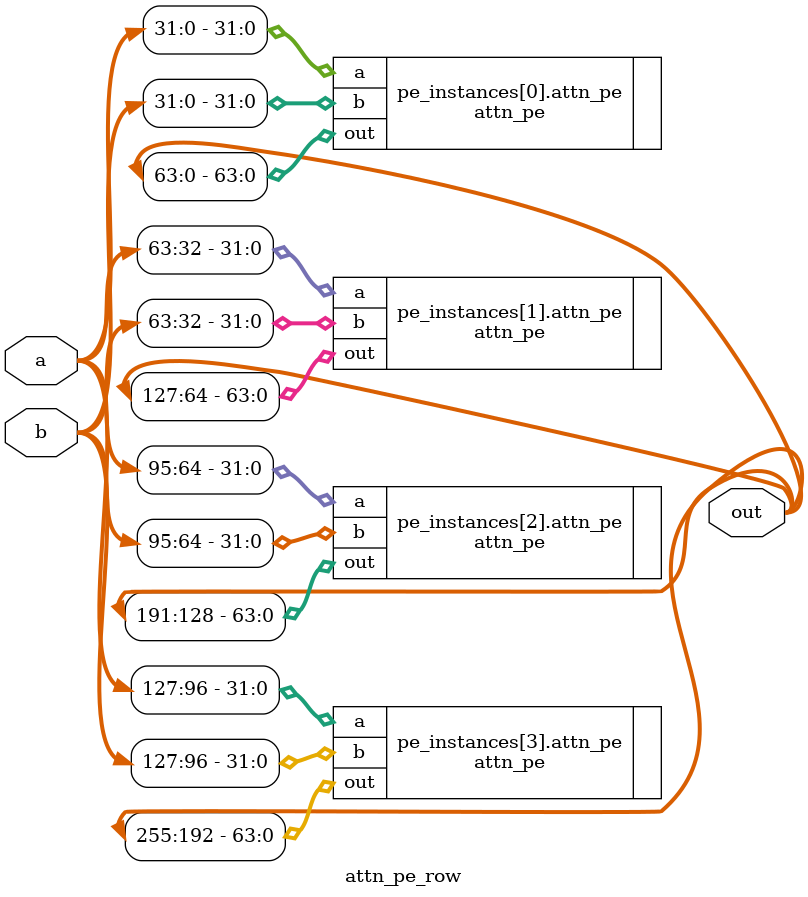
<source format=v>
`timescale 1ns / 1ps


module attn_pe_row #(
        parameter DATA_WIDTH = 8,
        parameter NUM_MACS = 4, // number of macs equal to matrix vector PE grid
        parameter NUM_ATTN_PES = 4 // number of PEs 
    )(
        input [NUM_MACS * NUM_ATTN_PES * DATA_WIDTH - 1:0] a,
        input [NUM_MACS * NUM_ATTN_PES * DATA_WIDTH - 1:0] b,
        output [NUM_MACS * NUM_ATTN_PES * DATA_WIDTH * 2 - 1 :0] out
    );
    
    genvar i;
    generate
        for (i = 0; i < NUM_ATTN_PES; i = i + 1) begin : pe_instances
            attn_pe #(
                .DATA_WIDTH(DATA_WIDTH),
                .NUM_MACS(NUM_MACS)
            ) attn_pe (
                .a(a[DATA_WIDTH*NUM_MACS*(i+1)-1:DATA_WIDTH*NUM_MACS*i]),
                .b(b[DATA_WIDTH*NUM_MACS*(i+1)-1:DATA_WIDTH*NUM_MACS*i]),
                .out(out[(2*NUM_MACS*DATA_WIDTH)*(i+1)-1:(2*NUM_MACS*DATA_WIDTH)*i])
            );
        end
    endgenerate
endmodule

</source>
